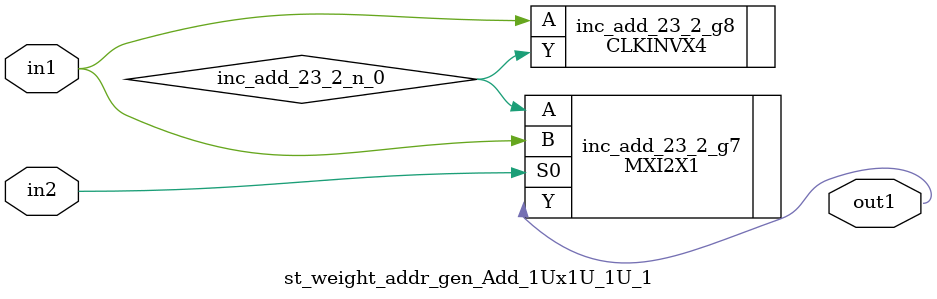
<source format=v>
`timescale 1ps / 1ps


module st_weight_addr_gen_Add_1Ux1U_1U_1(in2, in1, out1);
  input in2, in1;
  output out1;
  wire in2, in1;
  wire out1;
  wire inc_add_23_2_n_0;
  MXI2X1 inc_add_23_2_g7(.A (inc_add_23_2_n_0), .B (in1), .S0 (in2), .Y
       (out1));
  CLKINVX4 inc_add_23_2_g8(.A (in1), .Y (inc_add_23_2_n_0));
endmodule



</source>
